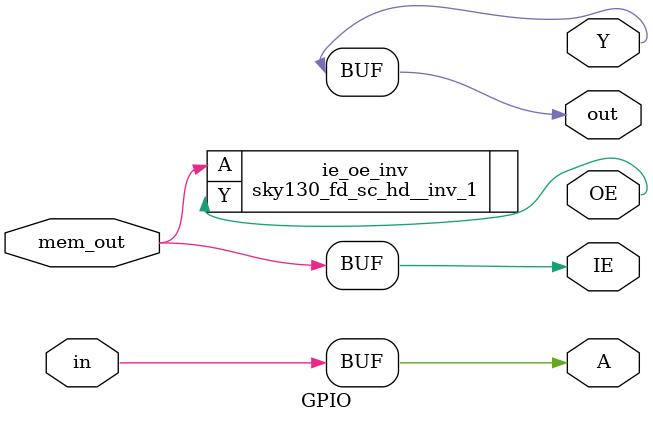
<source format=v>
`timescale 1ns/1ps


//
//
//

module GPIO (A, IE, OE, Y, in, out, mem_out);
    output A;
    output IE;
    output OE;
    output Y;
    input in;
    output out;
    input mem_out;

    assign A = in;
    assign out = Y;
    assign IE = mem_out;
    sky130_fd_sc_hd__inv_1 ie_oe_inv (
        .A	(mem_out),
        .Y	(OE) );
endmodule

</source>
